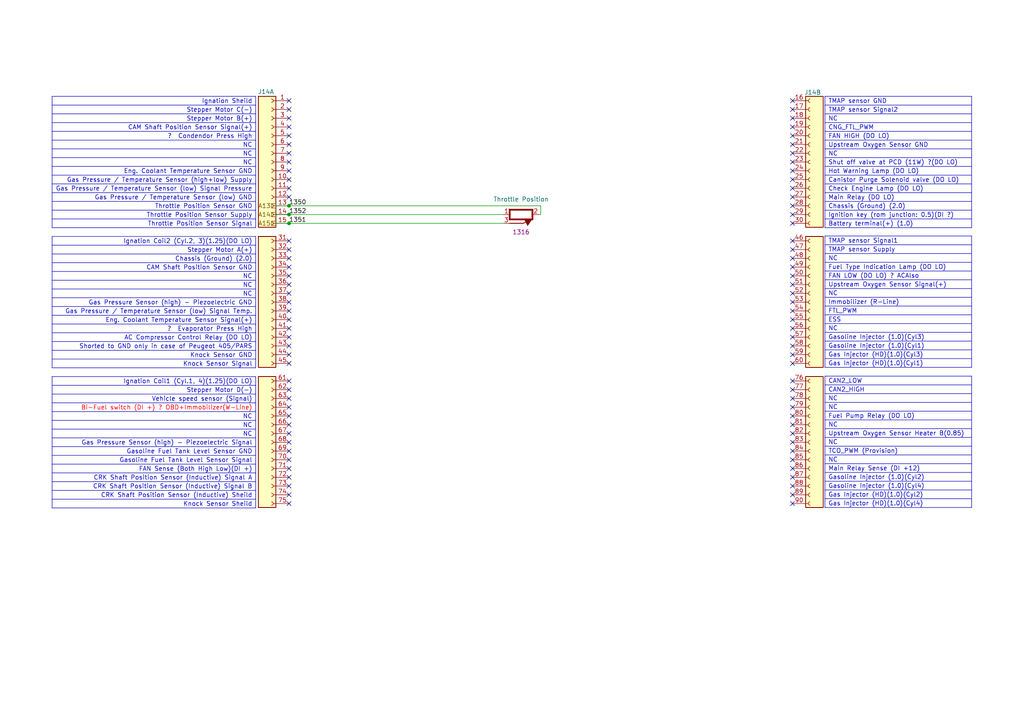
<source format=kicad_sch>
(kicad_sch (version 20250114) (generator "eeschema") (generator_version "9.0")
  (paper "A4")
  (lib_symbols
    (symbol "Elektuur_1:P" (pin_names (offset 0) (hide yes))
      (property "Value" "Throttle Position" (at 0 7.6201 0))
      (symbol "P_1_1"
        (polyline (pts (xy -1.524 -3.429) (xy 1.524 -3.429) (xy 1.524 3.429) (xy -1.524 3.429) (xy -1.524 -3.429) (xy -1.27 -3.175) (xy -1.27 3.175) (xy 1.27 3.175) (xy 1.27 -3.175) (xy -1.27 -3.175) (xy -1.524 -3.429)) (stroke (width 0.254)) (fill (type outline)))
        (polyline (pts (xy 1.27 3.175) (xy 3.175 1.905) (xy 1.27 0.9524) (xy 1.27 2.8574)) (stroke (width 0.1778)) (fill (type outline)))
        (polyline (pts (xy 2.54 0.635) (xy 1.905 1.905) (xy 1.905 1.905) (xy 2.54 0.635) (xy 2.54 -3.302)) (stroke (width 0.254)) (fill (type outline)))
        (pin passive line (at 0 5.08 270) (length 1.651) (name "b") (number "2"))
        (pin passive line (at 0 -5.08 90) (length 1.651) (name "a") (number "1"))
        (pin passive line (at 2.54 -5.08 90) (length 1.651) (name "c") (number "3"))
      )
      (symbol "P_1_2"
        (polyline (pts (xy -3.556 3.556) (xy -2.2352 3.0226) (xy -3.0226 2.2352) (xy -3.556 3.556)) (stroke (width 0.1778)) (fill (type outline)))
        (polyline (pts (xy -1.524 -3.429) (xy 1.524 -3.429) (xy 1.524 3.429) (xy -1.524 3.429) (xy -1.524 -3.429) (xy -1.27 -3.175) (xy -1.27 3.175) (xy 1.27 3.175) (xy 1.27 -3.175) (xy -1.27 -3.175) (xy -1.524 -3.429)) (stroke (width 0.254)) (fill (type outline)))
        (polyline (pts (xy 3.175 -3.2512) (xy -2.9972 2.921) (xy -2.921 2.9972) (xy 3.175 -3.0988) (xy 3.175 -3.429)) (stroke (width 0.254)) (fill (type outline)))
        (pin passive line (at 0 5.08 270) (length 1.651) (name "c") (number "3"))
        (pin passive line (at 0 -5.08 90) (length 1.651) (name "a") (number "1"))
        (pin passive line (at 3.175 -5.08 90) (length 1.651) (name "b") (number "2"))
      )
    )
    (symbol "sicma_socket:Conn_01x90_3Row_Socket" (pin_names (offset 1.016) (hide yes))
      (property "Reference" "J" (at 1.524 60.833 0))
      (property "Value" "Conn_01x90_3Row_Socket" (at 1.397 -61.214 0))
      (symbol "Conn_01x90_3Row_Socket_1_1"
        (rectangle (start -0.508 59.69) (end 4.572 21.717) (stroke (width 0.254)) (fill (type background)))
        (polyline (pts (xy -0.508 58.42) (xy 0.254 58.42)) (stroke (width 0.1524)))
        (polyline (pts (xy -0.508 55.88) (xy 0.254 55.88)) (stroke (width 0.1524)))
        (polyline (pts (xy -0.508 53.34) (xy 0.254 53.34)) (stroke (width 0.1524)))
        (polyline (pts (xy -0.508 50.8) (xy 0.254 50.8)) (stroke (width 0.1524)))
        (polyline (pts (xy -0.508 48.26) (xy 0.254 48.26)) (stroke (width 0.1524)))
        (polyline (pts (xy -0.508 45.72) (xy 0.254 45.72)) (stroke (width 0.1524)))
        (polyline (pts (xy -0.508 43.18) (xy 0.254 43.18)) (stroke (width 0.1524)))
        (polyline (pts (xy -0.508 40.64) (xy 0.254 40.64)) (stroke (width 0.1524)))
        (polyline (pts (xy -0.508 38.1) (xy 0.254 38.1)) (stroke (width 0.1524)))
        (polyline (pts (xy -0.508 35.56) (xy 0.254 35.56)) (stroke (width 0.1524)))
        (polyline (pts (xy -0.508 33.02) (xy 0.254 33.02)) (stroke (width 0.1524)))
        (polyline (pts (xy -0.508 30.48) (xy 0.254 30.48)) (stroke (width 0.1524)))
        (polyline (pts (xy -0.508 27.94) (xy 0.254 27.94)) (stroke (width 0.1524)))
        (polyline (pts (xy -0.508 25.4) (xy 0.254 25.4)) (stroke (width 0.1524)))
        (polyline (pts (xy -0.508 22.86) (xy 0.254 22.86)) (stroke (width 0.1524)))
        (rectangle (start -0.508 19.05) (end 4.572 -18.923) (stroke (width 0.254)) (fill (type background)))
        (polyline (pts (xy -0.508 17.78) (xy 0.254 17.78)) (stroke (width 0.1524)))
        (polyline (pts (xy -0.508 15.24) (xy 0.254 15.24)) (stroke (width 0.1524)))
        (polyline (pts (xy -0.508 12.7) (xy 0.254 12.7)) (stroke (width 0.1524)))
        (polyline (pts (xy -0.508 10.16) (xy 0.254 10.16)) (stroke (width 0.1524)))
        (polyline (pts (xy -0.508 7.62) (xy 0.254 7.62)) (stroke (width 0.1524)))
        (polyline (pts (xy -0.508 5.08) (xy 0.254 5.08)) (stroke (width 0.1524)))
        (polyline (pts (xy -0.508 2.54) (xy 0.254 2.54)) (stroke (width 0.1524)))
        (polyline (pts (xy -0.508 0) (xy 0.254 0)) (stroke (width 0.1524)))
        (polyline (pts (xy -0.508 -2.54) (xy 0.254 -2.54)) (stroke (width 0.1524)))
        (polyline (pts (xy -0.508 -5.08) (xy 0.254 -5.08)) (stroke (width 0.1524)))
        (polyline (pts (xy -0.508 -7.62) (xy 0.254 -7.62)) (stroke (width 0.1524)))
        (polyline (pts (xy -0.508 -10.16) (xy 0.254 -10.16)) (stroke (width 0.1524)))
        (polyline (pts (xy -0.508 -12.7) (xy 0.254 -12.7)) (stroke (width 0.1524)))
        (polyline (pts (xy -0.508 -15.24) (xy 0.254 -15.24)) (stroke (width 0.1524)))
        (polyline (pts (xy -0.508 -17.78) (xy 0.254 -17.78)) (stroke (width 0.1524)))
        (rectangle (start -0.508 -21.59) (end 4.572 -59.563) (stroke (width 0.254)) (fill (type background)))
        (polyline (pts (xy -0.508 -22.86) (xy 0.254 -22.86)) (stroke (width 0.1524)))
        (polyline (pts (xy -0.508 -25.4) (xy 0.254 -25.4)) (stroke (width 0.1524)))
        (polyline (pts (xy -0.508 -27.94) (xy 0.254 -27.94)) (stroke (width 0.1524)))
        (polyline (pts (xy -0.508 -30.48) (xy 0.254 -30.48)) (stroke (width 0.1524)))
        (polyline (pts (xy -0.508 -33.02) (xy 0.254 -33.02)) (stroke (width 0.1524)))
        (polyline (pts (xy -0.508 -35.56) (xy 0.254 -35.56)) (stroke (width 0.1524)))
        (polyline (pts (xy -0.508 -38.1) (xy 0.254 -38.1)) (stroke (width 0.1524)))
        (polyline (pts (xy -0.508 -40.64) (xy 0.254 -40.64)) (stroke (width 0.1524)))
        (polyline (pts (xy -0.508 -43.18) (xy 0.254 -43.18)) (stroke (width 0.1524)))
        (polyline (pts (xy -0.508 -45.72) (xy 0.254 -45.72)) (stroke (width 0.1524)))
        (polyline (pts (xy -0.508 -48.26) (xy 0.254 -48.26)) (stroke (width 0.1524)))
        (polyline (pts (xy -0.508 -50.8) (xy 0.254 -50.8)) (stroke (width 0.1524)))
        (polyline (pts (xy -0.508 -53.34) (xy 0.254 -53.34)) (stroke (width 0.1524)))
        (polyline (pts (xy -0.508 -55.88) (xy 0.254 -55.88)) (stroke (width 0.1524)))
        (polyline (pts (xy -0.508 -58.42) (xy 0.254 -58.42)) (stroke (width 0.1524)))
        (arc (start 0.762 57.912) (mid 0.2562 58.42) (end 0.762 58.928) (stroke (width 0.1524)))
        (arc (start 0.762 55.372) (mid 0.2562 55.88) (end 0.762 56.388) (stroke (width 0.1524)))
        (arc (start 0.762 52.832) (mid 0.2562 53.34) (end 0.762 53.848) (stroke (width 0.1524)))
        (arc (start 0.762 50.292) (mid 0.2562 50.8) (end 0.762 51.308) (stroke (width 0.1524)))
        (arc (start 0.762 47.752) (mid 0.2562 48.26) (end 0.762 48.768) (stroke (width 0.1524)))
        (arc (start 0.762 45.212) (mid 0.2562 45.72) (end 0.762 46.228) (stroke (width 0.1524)))
        (arc (start 0.762 42.672) (mid 0.2562 43.18) (end 0.762 43.688) (stroke (width 0.1524)))
        (arc (start 0.762 40.132) (mid 0.2562 40.64) (end 0.762 41.148) (stroke (width 0.1524)))
        (arc (start 0.762 37.592) (mid 0.2562 38.1) (end 0.762 38.608) (stroke (width 0.1524)))
        (arc (start 0.762 35.052) (mid 0.2562 35.56) (end 0.762 36.068) (stroke (width 0.1524)))
        (arc (start 0.762 32.512) (mid 0.2562 33.02) (end 0.762 33.528) (stroke (width 0.1524)))
        (arc (start 0.762 29.972) (mid 0.2562 30.48) (end 0.762 30.988) (stroke (width 0.1524)))
        (arc (start 0.762 27.432) (mid 0.2562 27.94) (end 0.762 28.448) (stroke (width 0.1524)))
        (arc (start 0.762 24.892) (mid 0.2562 25.4) (end 0.762 25.908) (stroke (width 0.1524)))
        (arc (start 0.762 22.352) (mid 0.2562 22.86) (end 0.762 23.368) (stroke (width 0.1524)))
        (arc (start 0.762 17.272) (mid 0.2562 17.78) (end 0.762 18.288) (stroke (width 0.1524)))
        (arc (start 0.762 14.732) (mid 0.2562 15.24) (end 0.762 15.748) (stroke (width 0.1524)))
        (arc (start 0.762 12.192) (mid 0.2562 12.7) (end 0.762 13.208) (stroke (width 0.1524)))
        (arc (start 0.762 9.652) (mid 0.2562 10.16) (end 0.762 10.668) (stroke (width 0.1524)))
        (arc (start 0.762 7.112) (mid 0.2562 7.62) (end 0.762 8.128) (stroke (width 0.1524)))
        (arc (start 0.762 4.572) (mid 0.2562 5.08) (end 0.762 5.588) (stroke (width 0.1524)))
        (arc (start 0.762 2.032) (mid 0.2562 2.54) (end 0.762 3.048) (stroke (width 0.1524)))
        (arc (start 0.762 -0.508) (mid 0.2562 0) (end 0.762 0.508) (stroke (width 0.1524)))
        (arc (start 0.762 -3.048) (mid 0.2562 -2.54) (end 0.762 -2.032) (stroke (width 0.1524)))
        (arc (start 0.762 -5.588) (mid 0.2562 -5.08) (end 0.762 -4.572) (stroke (width 0.1524)))
        (arc (start 0.762 -8.128) (mid 0.2562 -7.62) (end 0.762 -7.112) (stroke (width 0.1524)))
        (arc (start 0.762 -10.668) (mid 0.2562 -10.16) (end 0.762 -9.652) (stroke (width 0.1524)))
        (arc (start 0.762 -13.208) (mid 0.2562 -12.7) (end 0.762 -12.192) (stroke (width 0.1524)))
        (arc (start 0.762 -15.748) (mid 0.2562 -15.24) (end 0.762 -14.732) (stroke (width 0.1524)))
        (arc (start 0.762 -18.288) (mid 0.2562 -17.78) (end 0.762 -17.272) (stroke (width 0.1524)))
        (arc (start 0.762 -23.368) (mid 0.2562 -22.86) (end 0.762 -22.352) (stroke (width 0.1524)))
        (arc (start 0.762 -25.908) (mid 0.2562 -25.4) (end 0.762 -24.892) (stroke (width 0.1524)))
        (arc (start 0.762 -28.448) (mid 0.2562 -27.94) (end 0.762 -27.432) (stroke (width 0.1524)))
        (arc (start 0.762 -30.988) (mid 0.2562 -30.48) (end 0.762 -29.972) (stroke (width 0.1524)))
        (arc (start 0.762 -33.528) (mid 0.2562 -33.02) (end 0.762 -32.512) (stroke (width 0.1524)))
        (arc (start 0.762 -36.068) (mid 0.2562 -35.56) (end 0.762 -35.052) (stroke (width 0.1524)))
        (arc (start 0.762 -38.608) (mid 0.2562 -38.1) (end 0.762 -37.592) (stroke (width 0.1524)))
        (arc (start 0.762 -41.148) (mid 0.2562 -40.64) (end 0.762 -40.132) (stroke (width 0.1524)))
        (arc (start 0.762 -43.688) (mid 0.2562 -43.18) (end 0.762 -42.672) (stroke (width 0.1524)))
        (arc (start 0.762 -46.228) (mid 0.2562 -45.72) (end 0.762 -45.212) (stroke (width 0.1524)))
        (arc (start 0.762 -48.768) (mid 0.2562 -48.26) (end 0.762 -47.752) (stroke (width 0.1524)))
        (arc (start 0.762 -51.308) (mid 0.2562 -50.8) (end 0.762 -50.292) (stroke (width 0.1524)))
        (arc (start 0.762 -53.848) (mid 0.2562 -53.34) (end 0.762 -52.832) (stroke (width 0.1524)))
        (arc (start 0.762 -56.388) (mid 0.2562 -55.88) (end 0.762 -55.372) (stroke (width 0.1524)))
        (arc (start 0.762 -58.928) (mid 0.2562 -58.42) (end 0.762 -57.912) (stroke (width 0.1524)))
        (pin passive line (at -4.318 58.42 0) (length 3.81) (name "A1") (number "1"))
        (pin passive line (at -4.318 55.88 0) (length 3.81) (name "A2") (number "2"))
        (pin passive line (at -4.318 53.34 0) (length 3.81) (name "A3") (number "3"))
        (pin passive line (at -4.318 50.8 0) (length 3.81) (name "A4") (number "4"))
        (pin passive line (at -4.318 48.26 0) (length 3.81) (name "A5") (number "5"))
        (pin passive line (at -4.318 45.72 0) (length 3.81) (name "A6") (number "6"))
        (pin passive line (at -4.318 43.18 0) (length 3.81) (name "A7") (number "7"))
        (pin passive line (at -4.318 40.64 0) (length 3.81) (name "A8") (number "8"))
        (pin passive line (at -4.318 38.1 0) (length 3.81) (name "A9") (number "9"))
        (pin passive line (at -4.318 35.56 0) (length 3.81) (name "A10") (number "10"))
        (pin passive line (at -4.318 33.02 0) (length 3.81) (name "A11") (number "11"))
        (pin passive line (at -4.318 30.48 0) (length 3.81) (name "A12") (number "12"))
        (pin passive line (at -4.318 27.94 0) (length 3.81) (name "A13") (number "13"))
        (pin passive line (at -4.318 25.4 0) (length 3.81) (name "A14") (number "14"))
        (pin passive line (at -4.318 22.86 0) (length 3.81) (name "A15") (number "15"))
        (pin passive line (at -4.318 17.78 0) (length 3.81) (name "A31") (number "31"))
        (pin passive line (at -4.318 15.24 0) (length 3.81) (name "A32") (number "32"))
        (pin passive line (at -4.318 12.7 0) (length 3.81) (name "A33") (number "33"))
        (pin passive line (at -4.318 10.16 0) (length 3.81) (name "A34") (number "34"))
        (pin passive line (at -4.318 7.62 0) (length 3.81) (name "A35") (number "35"))
        (pin passive line (at -4.318 5.08 0) (length 3.81) (name "A36") (number "36"))
        (pin passive line (at -4.318 2.54 0) (length 3.81) (name "A37") (number "37"))
        (pin passive line (at -4.318 0 0) (length 3.81) (name "A38") (number "38"))
        (pin passive line (at -4.318 -2.54 0) (length 3.81) (name "A39") (number "39"))
        (pin passive line (at -4.318 -5.08 0) (length 3.81) (name "A40") (number "40"))
        (pin passive line (at -4.318 -7.62 0) (length 3.81) (name "A41") (number "41"))
        (pin passive line (at -4.318 -10.16 0) (length 3.81) (name "A42") (number "42"))
        (pin passive line (at -4.318 -12.7 0) (length 3.81) (name "A43") (number "43"))
        (pin passive line (at -4.318 -15.24 0) (length 3.81) (name "A44") (number "44"))
        (pin passive line (at -4.318 -17.78 0) (length 3.81) (name "A45") (number "45"))
        (pin passive line (at -4.318 -22.86 0) (length 3.81) (name "A61") (number "61"))
        (pin passive line (at -4.318 -25.4 0) (length 3.81) (name "A62") (number "62"))
        (pin passive line (at -4.318 -27.94 0) (length 3.81) (name "A63") (number "63"))
        (pin passive line (at -4.318 -30.48 0) (length 3.81) (name "A64") (number "64"))
        (pin passive line (at -4.318 -33.02 0) (length 3.81) (name "A65") (number "65"))
        (pin passive line (at -4.318 -35.56 0) (length 3.81) (name "A66") (number "66"))
        (pin passive line (at -4.318 -38.1 0) (length 3.81) (name "A67") (number "67"))
        (pin passive line (at -4.318 -40.64 0) (length 3.81) (name "A68") (number "68"))
        (pin passive line (at -4.318 -43.18 0) (length 3.81) (name "A69") (number "69"))
        (pin passive line (at -4.318 -45.72 0) (length 3.81) (name "A70") (number "70"))
        (pin passive line (at -4.318 -48.26 0) (length 3.81) (name "A71") (number "71"))
        (pin passive line (at -4.318 -50.8 0) (length 3.81) (name "A72") (number "72"))
        (pin passive line (at -4.318 -53.34 0) (length 3.81) (name "A73") (number "73"))
        (pin passive line (at -4.318 -55.88 0) (length 3.81) (name "A74") (number "74"))
        (pin passive line (at -4.318 -58.42 0) (length 3.81) (name "A75") (number "75"))
      )
      (symbol "Conn_01x90_3Row_Socket_2_1"
        (rectangle (start -0.508 59.69) (end 4.572 21.717) (stroke (width 0.254)) (fill (type background)))
        (polyline (pts (xy -0.508 58.42) (xy 0.254 58.42)) (stroke (width 0.1524)))
        (polyline (pts (xy -0.508 55.88) (xy 0.254 55.88)) (stroke (width 0.1524)))
        (polyline (pts (xy -0.508 53.34) (xy 0.254 53.34)) (stroke (width 0.1524)))
        (polyline (pts (xy -0.508 50.8) (xy 0.254 50.8)) (stroke (width 0.1524)))
        (polyline (pts (xy -0.508 48.26) (xy 0.254 48.26)) (stroke (width 0.1524)))
        (polyline (pts (xy -0.508 45.72) (xy 0.254 45.72)) (stroke (width 0.1524)))
        (polyline (pts (xy -0.508 43.18) (xy 0.254 43.18)) (stroke (width 0.1524)))
        (polyline (pts (xy -0.508 40.64) (xy 0.254 40.64)) (stroke (width 0.1524)))
        (polyline (pts (xy -0.508 38.1) (xy 0.254 38.1)) (stroke (width 0.1524)))
        (polyline (pts (xy -0.508 35.56) (xy 0.254 35.56)) (stroke (width 0.1524)))
        (polyline (pts (xy -0.508 33.02) (xy 0.254 33.02)) (stroke (width 0.1524)))
        (polyline (pts (xy -0.508 30.48) (xy 0.254 30.48)) (stroke (width 0.1524)))
        (polyline (pts (xy -0.508 27.94) (xy 0.254 27.94)) (stroke (width 0.1524)))
        (polyline (pts (xy -0.508 25.4) (xy 0.254 25.4)) (stroke (width 0.1524)))
        (polyline (pts (xy -0.508 22.86) (xy 0.254 22.86)) (stroke (width 0.1524)))
        (rectangle (start -0.508 19.05) (end 4.572 -18.923) (stroke (width 0.254)) (fill (type background)))
        (polyline (pts (xy -0.508 17.78) (xy 0.254 17.78)) (stroke (width 0.1524)))
        (polyline (pts (xy -0.508 15.24) (xy 0.254 15.24)) (stroke (width 0.1524)))
        (polyline (pts (xy -0.508 12.7) (xy 0.254 12.7)) (stroke (width 0.1524)))
        (polyline (pts (xy -0.508 10.16) (xy 0.254 10.16)) (stroke (width 0.1524)))
        (polyline (pts (xy -0.508 7.62) (xy 0.254 7.62)) (stroke (width 0.1524)))
        (polyline (pts (xy -0.508 5.08) (xy 0.254 5.08)) (stroke (width 0.1524)))
        (polyline (pts (xy -0.508 2.54) (xy 0.254 2.54)) (stroke (width 0.1524)))
        (polyline (pts (xy -0.508 0) (xy 0.254 0)) (stroke (width 0.1524)))
        (polyline (pts (xy -0.508 -2.54) (xy 0.254 -2.54)) (stroke (width 0.1524)))
        (polyline (pts (xy -0.508 -5.08) (xy 0.254 -5.08)) (stroke (width 0.1524)))
        (polyline (pts (xy -0.508 -7.62) (xy 0.254 -7.62)) (stroke (width 0.1524)))
        (polyline (pts (xy -0.508 -10.16) (xy 0.254 -10.16)) (stroke (width 0.1524)))
        (polyline (pts (xy -0.508 -12.7) (xy 0.254 -12.7)) (stroke (width 0.1524)))
        (polyline (pts (xy -0.508 -15.24) (xy 0.254 -15.24)) (stroke (width 0.1524)))
        (polyline (pts (xy -0.508 -17.78) (xy 0.254 -17.78)) (stroke (width 0.1524)))
        (rectangle (start -0.508 -21.59) (end 4.572 -59.563) (stroke (width 0.254)) (fill (type background)))
        (polyline (pts (xy -0.508 -22.86) (xy 0.254 -22.86)) (stroke (width 0.1524)))
        (polyline (pts (xy -0.508 -25.4) (xy 0.254 -25.4)) (stroke (width 0.1524)))
        (polyline (pts (xy -0.508 -27.94) (xy 0.254 -27.94)) (stroke (width 0.1524)))
        (polyline (pts (xy -0.508 -30.48) (xy 0.254 -30.48)) (stroke (width 0.1524)))
        (polyline (pts (xy -0.508 -33.02) (xy 0.254 -33.02)) (stroke (width 0.1524)))
        (polyline (pts (xy -0.508 -35.56) (xy 0.254 -35.56)) (stroke (width 0.1524)))
        (polyline (pts (xy -0.508 -38.1) (xy 0.254 -38.1)) (stroke (width 0.1524)))
        (polyline (pts (xy -0.508 -40.64) (xy 0.254 -40.64)) (stroke (width 0.1524)))
        (polyline (pts (xy -0.508 -43.18) (xy 0.254 -43.18)) (stroke (width 0.1524)))
        (polyline (pts (xy -0.508 -45.72) (xy 0.254 -45.72)) (stroke (width 0.1524)))
        (polyline (pts (xy -0.508 -48.26) (xy 0.254 -48.26)) (stroke (width 0.1524)))
        (polyline (pts (xy -0.508 -50.8) (xy 0.254 -50.8)) (stroke (width 0.1524)))
        (polyline (pts (xy -0.508 -53.34) (xy 0.254 -53.34)) (stroke (width 0.1524)))
        (polyline (pts (xy -0.508 -55.88) (xy 0.254 -55.88)) (stroke (width 0.1524)))
        (polyline (pts (xy -0.508 -58.42) (xy 0.254 -58.42)) (stroke (width 0.1524)))
        (arc (start 0.762 57.912) (mid 0.2562 58.42) (end 0.762 58.928) (stroke (width 0.1524)))
        (arc (start 0.762 55.372) (mid 0.2562 55.88) (end 0.762 56.388) (stroke (width 0.1524)))
        (arc (start 0.762 52.832) (mid 0.2562 53.34) (end 0.762 53.848) (stroke (width 0.1524)))
        (arc (start 0.762 50.292) (mid 0.2562 50.8) (end 0.762 51.308) (stroke (width 0.1524)))
        (arc (start 0.762 47.752) (mid 0.2562 48.26) (end 0.762 48.768) (stroke (width 0.1524)))
        (arc (start 0.762 45.212) (mid 0.2562 45.72) (end 0.762 46.228) (stroke (width 0.1524)))
        (arc (start 0.762 42.672) (mid 0.2562 43.18) (end 0.762 43.688) (stroke (width 0.1524)))
        (arc (start 0.762 40.132) (mid 0.2562 40.64) (end 0.762 41.148) (stroke (width 0.1524)))
        (arc (start 0.762 37.592) (mid 0.2562 38.1) (end 0.762 38.608) (stroke (width 0.1524)))
        (arc (start 0.762 35.052) (mid 0.2562 35.56) (end 0.762 36.068) (stroke (width 0.1524)))
        (arc (start 0.762 32.512) (mid 0.2562 33.02) (end 0.762 33.528) (stroke (width 0.1524)))
        (arc (start 0.762 29.972) (mid 0.2562 30.48) (end 0.762 30.988) (stroke (width 0.1524)))
        (arc (start 0.762 27.432) (mid 0.2562 27.94) (end 0.762 28.448) (stroke (width 0.1524)))
        (arc (start 0.762 24.892) (mid 0.2562 25.4) (end 0.762 25.908) (stroke (width 0.1524)))
        (arc (start 0.762 22.352) (mid 0.2562 22.86) (end 0.762 23.368) (stroke (width 0.1524)))
        (arc (start 0.762 17.272) (mid 0.2562 17.78) (end 0.762 18.288) (stroke (width 0.1524)))
        (arc (start 0.762 14.732) (mid 0.2562 15.24) (end 0.762 15.748) (stroke (width 0.1524)))
        (arc (start 0.762 12.192) (mid 0.2562 12.7) (end 0.762 13.208) (stroke (width 0.1524)))
        (arc (start 0.762 9.652) (mid 0.2562 10.16) (end 0.762 10.668) (stroke (width 0.1524)))
        (arc (start 0.762 7.112) (mid 0.2562 7.62) (end 0.762 8.128) (stroke (width 0.1524)))
        (arc (start 0.762 4.572) (mid 0.2562 5.08) (end 0.762 5.588) (stroke (width 0.1524)))
        (arc (start 0.762 2.032) (mid 0.2562 2.54) (end 0.762 3.048) (stroke (width 0.1524)))
        (arc (start 0.762 -0.508) (mid 0.2562 0) (end 0.762 0.508) (stroke (width 0.1524)))
        (arc (start 0.762 -3.048) (mid 0.2562 -2.54) (end 0.762 -2.032) (stroke (width 0.1524)))
        (arc (start 0.762 -5.588) (mid 0.2562 -5.08) (end 0.762 -4.572) (stroke (width 0.1524)))
        (arc (start 0.762 -8.128) (mid 0.2562 -7.62) (end 0.762 -7.112) (stroke (width 0.1524)))
        (arc (start 0.762 -10.668) (mid 0.2562 -10.16) (end 0.762 -9.652) (stroke (width 0.1524)))
        (arc (start 0.762 -13.208) (mid 0.2562 -12.7) (end 0.762 -12.192) (stroke (width 0.1524)))
        (arc (start 0.762 -15.748) (mid 0.2562 -15.24) (end 0.762 -14.732) (stroke (width 0.1524)))
        (arc (start 0.762 -18.288) (mid 0.2562 -17.78) (end 0.762 -17.272) (stroke (width 0.1524)))
        (arc (start 0.762 -23.368) (mid 0.2562 -22.86) (end 0.762 -22.352) (stroke (width 0.1524)))
        (arc (start 0.762 -25.908) (mid 0.2562 -25.4) (end 0.762 -24.892) (stroke (width 0.1524)))
        (arc (start 0.762 -28.448) (mid 0.2562 -27.94) (end 0.762 -27.432) (stroke (width 0.1524)))
        (arc (start 0.762 -30.988) (mid 0.2562 -30.48) (end 0.762 -29.972) (stroke (width 0.1524)))
        (arc (start 0.762 -33.528) (mid 0.2562 -33.02) (end 0.762 -32.512) (stroke (width 0.1524)))
        (arc (start 0.762 -36.068) (mid 0.2562 -35.56) (end 0.762 -35.052) (stroke (width 0.1524)))
        (arc (start 0.762 -38.608) (mid 0.2562 -38.1) (end 0.762 -37.592) (stroke (width 0.1524)))
        (arc (start 0.762 -41.148) (mid 0.2562 -40.64) (end 0.762 -40.132) (stroke (width 0.1524)))
        (arc (start 0.762 -43.688) (mid 0.2562 -43.18) (end 0.762 -42.672) (stroke (width 0.1524)))
        (arc (start 0.762 -46.228) (mid 0.2562 -45.72) (end 0.762 -45.212) (stroke (width 0.1524)))
        (arc (start 0.762 -48.768) (mid 0.2562 -48.26) (end 0.762 -47.752) (stroke (width 0.1524)))
        (arc (start 0.762 -51.308) (mid 0.2562 -50.8) (end 0.762 -50.292) (stroke (width 0.1524)))
        (arc (start 0.762 -53.848) (mid 0.2562 -53.34) (end 0.762 -52.832) (stroke (width 0.1524)))
        (arc (start 0.762 -56.388) (mid 0.2562 -55.88) (end 0.762 -55.372) (stroke (width 0.1524)))
        (arc (start 0.762 -58.928) (mid 0.2562 -58.42) (end 0.762 -57.912) (stroke (width 0.1524)))
        (pin passive line (at -4.318 58.42 0) (length 3.81) (name "B16") (number "16"))
        (pin passive line (at -4.318 55.88 0) (length 3.81) (name "B17") (number "17"))
        (pin passive line (at -4.318 53.34 0) (length 3.81) (name "B18") (number "18"))
        (pin passive line (at -4.318 50.8 0) (length 3.81) (name "B19") (number "19"))
        (pin passive line (at -4.318 48.26 0) (length 3.81) (name "B20") (number "20"))
        (pin passive line (at -4.318 45.72 0) (length 3.81) (name "B21") (number "21"))
        (pin passive line (at -4.318 43.18 0) (length 3.81) (name "B22") (number "22"))
        (pin passive line (at -4.318 40.64 0) (length 3.81) (name "B23") (number "23"))
        (pin passive line (at -4.318 38.1 0) (length 3.81) (name "B24") (number "24"))
        (pin passive line (at -4.318 35.56 0) (length 3.81) (name "B25") (number "25"))
        (pin passive line (at -4.318 33.02 0) (length 3.81) (name "B26") (number "26"))
        (pin passive line (at -4.318 30.48 0) (length 3.81) (name "B27") (number "27"))
        (pin passive line (at -4.318 27.94 0) (length 3.81) (name "B28") (number "28"))
        (pin passive line (at -4.318 25.4 0) (length 3.81) (name "B29") (number "29"))
        (pin passive line (at -4.318 22.86 0) (length 3.81) (name "B30") (number "30"))
        (pin passive line (at -4.318 17.78 0) (length 3.81) (name "B46") (number "46"))
        (pin passive line (at -4.318 15.24 0) (length 3.81) (name "B47") (number "47"))
        (pin passive line (at -4.318 12.7 0) (length 3.81) (name "B48") (number "48"))
        (pin passive line (at -4.318 10.16 0) (length 3.81) (name "B49") (number "49"))
        (pin passive line (at -4.318 7.62 0) (length 3.81) (name "B50") (number "50"))
        (pin passive line (at -4.318 5.08 0) (length 3.81) (name "B51") (number "51"))
        (pin passive line (at -4.318 2.54 0) (length 3.81) (name "B52") (number "52"))
        (pin passive line (at -4.318 0 0) (length 3.81) (name "B53") (number "53"))
        (pin passive line (at -4.318 -2.54 0) (length 3.81) (name "B54") (number "54"))
        (pin passive line (at -4.318 -5.08 0) (length 3.81) (name "B55") (number "55"))
        (pin passive line (at -4.318 -7.62 0) (length 3.81) (name "B56") (number "56"))
        (pin passive line (at -4.318 -10.16 0) (length 3.81) (name "B57") (number "57"))
        (pin passive line (at -4.318 -12.7 0) (length 3.81) (name "B58") (number "58"))
        (pin passive line (at -4.318 -15.24 0) (length 3.81) (name "B59") (number "59"))
        (pin passive line (at -4.318 -17.78 0) (length 3.81) (name "B60") (number "60"))
        (pin passive line (at -4.318 -22.86 0) (length 3.81) (name "B76") (number "76"))
        (pin passive line (at -4.318 -25.4 0) (length 3.81) (name "B77") (number "77"))
        (pin passive line (at -4.318 -27.94 0) (length 3.81) (name "B78") (number "78"))
        (pin passive line (at -4.318 -30.48 0) (length 3.81) (name "B79") (number "79"))
        (pin passive line (at -4.318 -33.02 0) (length 3.81) (name "B80") (number "80"))
        (pin passive line (at -4.318 -35.56 0) (length 3.81) (name "B81") (number "81"))
        (pin passive line (at -4.318 -38.1 0) (length 3.81) (name "B82") (number "82"))
        (pin passive line (at -4.318 -40.64 0) (length 3.81) (name "B83") (number "83"))
        (pin passive line (at -4.318 -43.18 0) (length 3.81) (name "B84") (number "84"))
        (pin passive line (at -4.318 -45.72 0) (length 3.81) (name "B85") (number "85"))
        (pin passive line (at -4.318 -48.26 0) (length 3.81) (name "B86") (number "86"))
        (pin passive line (at -4.318 -50.8 0) (length 3.81) (name "B87") (number "87"))
        (pin passive line (at -4.318 -53.34 0) (length 3.81) (name "B88") (number "88"))
        (pin passive line (at -4.318 -55.88 0) (length 3.81) (name "B89") (number "89"))
        (pin passive line (at -4.318 -58.42 0) (length 3.81) (name "B90") (number "90"))
      )
    )
  )
  (junction (at 83.82 64.77))
  (junction (at 83.82 59.69))
  (junction (at 83.82 62.23))
  (no_connect (at 83.82 130.81))
  (no_connect (at 229.87 29.21))
  (no_connect (at 229.87 82.55))
  (no_connect (at 83.82 138.43))
  (no_connect (at 229.87 92.71))
  (no_connect (at 229.87 57.15))
  (no_connect (at 83.82 36.83))
  (no_connect (at 229.87 118.11))
  (no_connect (at 229.87 105.41))
  (no_connect (at 229.87 128.27))
  (no_connect (at 229.87 31.75))
  (no_connect (at 229.87 135.89))
  (no_connect (at 83.82 74.93))
  (no_connect (at 229.87 64.77))
  (no_connect (at 83.82 90.17))
  (no_connect (at 229.87 36.83))
  (no_connect (at 83.82 95.25))
  (no_connect (at 83.82 125.73))
  (no_connect (at 83.82 34.29))
  (no_connect (at 83.82 97.79))
  (no_connect (at 229.87 90.17))
  (no_connect (at 229.87 85.09))
  (no_connect (at 229.87 34.29))
  (no_connect (at 229.87 80.01))
  (no_connect (at 83.82 87.63))
  (no_connect (at 229.87 120.65))
  (no_connect (at 83.82 31.75))
  (no_connect (at 83.82 52.07))
  (no_connect (at 229.87 62.23))
  (no_connect (at 83.82 92.71))
  (no_connect (at 83.82 44.45))
  (no_connect (at 229.87 113.03))
  (no_connect (at 229.87 138.43))
  (no_connect (at 229.87 39.37))
  (no_connect (at 83.82 39.37))
  (no_connect (at 83.82 118.11))
  (no_connect (at 83.82 115.57))
  (no_connect (at 229.87 146.05))
  (no_connect (at 229.87 143.51))
  (no_connect (at 83.82 100.33))
  (no_connect (at 83.82 29.21))
  (no_connect (at 83.82 105.41))
  (no_connect (at 83.82 123.19))
  (no_connect (at 83.82 120.65))
  (no_connect (at 83.82 140.97))
  (no_connect (at 83.82 54.61))
  (no_connect (at 83.82 85.09))
  (no_connect (at 229.87 41.91))
  (no_connect (at 229.87 102.87))
  (no_connect (at 83.82 69.85))
  (no_connect (at 229.87 74.93))
  (no_connect (at 229.87 130.81))
  (no_connect (at 229.87 140.97))
  (no_connect (at 229.87 97.79))
  (no_connect (at 83.82 77.47))
  (no_connect (at 229.87 87.63))
  (no_connect (at 229.87 49.53))
  (no_connect (at 229.87 95.25))
  (no_connect (at 83.82 82.55))
  (no_connect (at 83.82 143.51))
  (no_connect (at 229.87 54.61))
  (no_connect (at 229.87 44.45))
  (no_connect (at 229.87 69.85))
  (no_connect (at 83.82 135.89))
  (no_connect (at 229.87 46.99))
  (no_connect (at 83.82 46.99))
  (no_connect (at 83.82 110.49))
  (no_connect (at 229.87 125.73))
  (no_connect (at 229.87 133.35))
  (no_connect (at 83.82 128.27))
  (no_connect (at 229.87 123.19))
  (no_connect (at 83.82 72.39))
  (no_connect (at 229.87 52.07))
  (no_connect (at 229.87 115.57))
  (no_connect (at 83.82 57.15))
  (no_connect (at 229.87 77.47))
  (no_connect (at 83.82 102.87))
  (no_connect (at 83.82 133.35))
  (no_connect (at 229.87 110.49))
  (no_connect (at 83.82 41.91))
  (no_connect (at 229.87 100.33))
  (no_connect (at 83.82 146.05))
  (no_connect (at 83.82 113.03))
  (no_connect (at 229.87 59.69))
  (no_connect (at 83.82 80.01))
  (no_connect (at 83.82 49.53))
  (no_connect (at 229.87 72.39))
  (wire (pts (xy 156.845 59.69) (xy 156.845 62.23)))
  (wire (pts (xy 83.82 59.69) (xy 156.845 59.69)))
  (wire (pts (xy 80.01 59.69) (xy 83.82 59.69)))
  (wire (pts (xy 80.01 62.23) (xy 83.82 62.23)))
  (wire (pts (xy 80.01 64.77) (xy 83.82 64.77)))
  (wire (pts (xy 83.82 62.23) (xy 146.05 62.23)))
  (wire (pts (xy 156.845 62.23) (xy 156.21 62.23)))
  (wire (pts (xy 83.82 64.77) (xy 146.05 64.77)))
  (table (column_count 1) (border (external yes) (header yes)) (separators (rows yes) (cols yes)) (column_widths 42.545) (row_heights 2.54 2.54 2.54 2.54 2.54 2.54 2.54 2.54 2.54 2.54 2.54 2.54 2.54 2.54 2.54) (cells (table_cell "CAN2_LOW" (at 239.268 109.093 0) (size 42.545 2.54) (margins 0.9525 0.9525 0.9525 0.9525) (span 1 1)) (table_cell "CAN2_HIGH" (at 239.268 111.633 0) (size 42.545 2.54) (margins 0.9525 0.9525 0.9525 0.9525) (span 1 1)) (table_cell "NC" (at 239.268 114.173 0) (size 42.545 2.54) (margins 0.9525 0.9525 0.9525 0.9525) (span 1 1)) (table_cell "NC" (at 239.268 116.713 0) (size 42.545 2.54) (margins 0.9525 0.9525 0.9525 0.9525) (span 1 1)) (table_cell "Fuel Pump Relay (DO LO)" (at 239.268 119.253 0) (size 42.545 2.54) (margins 0.9525 0.9525 0.9525 0.9525) (span 1 1)) (table_cell "NC" (at 239.268 121.793 0) (size 42.545 2.54) (margins 0.9525 0.9525 0.9525 0.9525) (span 1 1)) (table_cell "Upstream Oxygen Sensor Heater B(0.85)" (at 239.268 124.333 0) (size 42.545 2.54) (margins 0.9525 0.9525 0.9525 0.9525) (span 1 1)) (table_cell "NC" (at 239.268 126.873 0) (size 42.545 2.54) (margins 0.9525 0.9525 0.9525 0.9525) (span 1 1)) (table_cell "TCO_PWM (Provision)" (at 239.268 129.413 0) (size 42.545 2.54) (margins 0.9525 0.9525 0.9525 0.9525) (span 1 1)) (table_cell "NC" (at 239.268 131.953 0) (size 42.545 2.54) (margins 0.9525 0.9525 0.9525 0.9525) (span 1 1)) (table_cell "Main Relay Sense (DI +12)" (at 239.268 134.493 0) (size 42.545 2.54) (margins 0.9525 0.9525 0.9525 0.9525) (span 1 1)) (table_cell "Gasoline Injector (1.0)(Cyl2)" (at 239.268 137.033 0) (size 42.545 2.54) (margins 0.9525 0.9525 0.9525 0.9525) (span 1 1)) (table_cell "Gasoline Injector (1.0)(Cyl4)" (at 239.268 139.573 0) (size 42.545 2.54) (margins 0.9525 0.9525 0.9525 0.9525) (span 1 1)) (table_cell "Gas Injector (HD)(1.0)(Cyl2)" (at 239.268 142.113 0) (size 42.545 2.54) (margins 0.9525 0.9525 0.9525 0.9525) (span 1 1)) (table_cell "Gas Injector (HD)(1.0)(Cyl4)" (at 239.268 144.653 0) (size 42.545 2.54) (margins 0.9525 0.9525 0.9525 0.9525) (span 1 1))))
  (table (column_count 1) (border (external yes) (header no)) (separators (rows yes) (cols no)) (column_widths 59.055) (row_heights 2.54 2.54 2.54 2.54 2.54 2.54 2.54 2.54 2.54 2.54 2.54 2.54 2.54 2.54 2.54) (cells (table_cell "Ignation Sheild" (at 15.113 27.94 0) (size 59.055 2.54) (margins 0.9525 0.9525 0.9525 0.9525) (span 1 1)) (table_cell "Stepper Motor C(-)" (at 15.113 30.48 0) (size 59.055 2.54) (margins 0.9525 0.9525 0.9525 0.9525) (span 1 1)) (table_cell "Stepper Motor B(+)" (at 15.113 33.02 0) (size 59.055 2.54) (margins 0.9525 0.9525 0.9525 0.9525) (span 1 1)) (table_cell "CAM Shaft Position Sensor Signal(+)" (at 15.113 35.56 0) (size 59.055 2.54) (margins 0.9525 0.9525 0.9525 0.9525) (span 1 1)) (table_cell "?  Condendor Press High" (at 15.113 38.1 0) (size 59.055 2.54) (margins 0.9525 0.9525 0.9525 0.9525) (span 1 1)) (table_cell "NC" (at 15.113 40.64 0) (size 59.055 2.54) (margins 0.9525 0.9525 0.9525 0.9525) (span 1 1)) (table_cell "NC" (at 15.113 43.18 0) (size 59.055 2.54) (margins 0.9525 0.9525 0.9525 0.9525) (span 1 1)) (table_cell "NC" (at 15.113 45.72 0) (size 59.055 2.54) (margins 0.9525 0.9525 0.9525 0.9525) (span 1 1)) (table_cell "Eng. Coolant Temperature Sensor GND" (at 15.113 48.26 0) (size 59.055 2.54) (margins 0.9525 0.9525 0.9525 0.9525) (span 1 1)) (table_cell "Gas Pressure / Temperature Sensor (high+low) Supply" (at 15.113 50.8 0) (size 59.055 2.54) (margins 0.9525 0.9525 0.9525 0.9525) (span 1 1)) (table_cell "Gas Pressure / Temperature Sensor (low) Signal Pressure" (at 15.113 53.34 0) (size 59.055 2.54) (margins 0.9525 0.9525 0.9525 0.9525) (span 1 1)) (table_cell "Gas Pressure / Temperature Sensor (low) GND" (at 15.113 55.88 0) (size 59.055 2.54) (margins 0.9525 0.9525 0.9525 0.9525) (span 1 1)) (table_cell "Throttle Position Sensor GND" (at 15.113 58.42 0) (size 59.055 2.54) (margins 0.9525 0.9525 0.9525 0.9525) (span 1 1)) (table_cell "Throttle Position Sensor Supply" (at 15.113 60.96 0) (size 59.055 2.54) (margins 0.9525 0.9525 0.9525 0.9525) (span 1 1)) (table_cell "Throttle Position Sensor Signal" (at 15.113 63.5 0) (size 59.055 2.54) (margins 0.9525 0.9525 0.9525 0.9525) (span 1 1))))
  (table (column_count 1) (border (external yes) (header yes)) (separators (rows yes) (cols yes)) (column_widths 42.545) (row_heights 2.54 2.54 2.54 2.54 2.54 2.54 2.54 2.54 2.54 2.54 2.54 2.54 2.54 2.54 2.54) (cells (table_cell "TMAP sensor Signal1" (at 239.268 68.453 0) (size 42.545 2.54) (margins 0.9525 0.9525 0.9525 0.9525) (span 1 1)) (table_cell "TMAP sensor Supply" (at 239.268 70.993 0) (size 42.545 2.54) (margins 0.9525 0.9525 0.9525 0.9525) (span 1 1)) (table_cell "NC" (at 239.268 73.533 0) (size 42.545 2.54) (margins 0.9525 0.9525 0.9525 0.9525) (span 1 1)) (table_cell "Fuel Type Indication Lamp (DO LO)" (at 239.268 76.073 0) (size 42.545 2.54) (margins 0.9525 0.9525 0.9525 0.9525) (span 1 1)) (table_cell "FAN LOW (DO LO) ? ACAlso" (at 239.268 78.613 0) (size 42.545 2.54) (margins 0.9525 0.9525 0.9525 0.9525) (span 1 1)) (table_cell "Upstream Oxygen Sensor Signal(+)" (at 239.268 81.153 0) (size 42.545 2.54) (margins 0.9525 0.9525 0.9525 0.9525) (span 1 1)) (table_cell "NC" (at 239.268 83.693 0) (size 42.545 2.54) (margins 0.9525 0.9525 0.9525 0.9525) (span 1 1)) (table_cell "Immobilizer (R-Line)" (at 239.268 86.233 0) (size 42.545 2.54) (margins 0.9525 0.9525 0.9525 0.9525) (span 1 1)) (table_cell "FTL_PWM" (at 239.268 88.773 0) (size 42.545 2.54) (margins 0.9525 0.9525 0.9525 0.9525) (span 1 1)) (table_cell "ESS" (at 239.268 91.313 0) (size 42.545 2.54) (margins 0.9525 0.9525 0.9525 0.9525) (span 1 1)) (table_cell "NC" (at 239.268 93.853 0) (size 42.545 2.54) (margins 0.9525 0.9525 0.9525 0.9525) (span 1 1)) (table_cell "Gasoline Injector (1.0)(Cyl3)" (at 239.268 96.393 0) (size 42.545 2.54) (margins 0.9525 0.9525 0.9525 0.9525) (span 1 1)) (table_cell "Gasoline Injector (1.0)(Cyl1)" (at 239.268 98.933 0) (size 42.545 2.54) (margins 0.9525 0.9525 0.9525 0.9525) (span 1 1)) (table_cell "Gas Injector (HD)(1.0)(Cyl3)" (at 239.268 101.473 0) (size 42.545 2.54) (margins 0.9525 0.9525 0.9525 0.9525) (span 1 1)) (table_cell "Gas Injector (HD)(1.0)(Cyl1)" (at 239.268 104.013 0) (size 42.545 2.54) (margins 0.9525 0.9525 0.9525 0.9525) (span 1 1))))
  (table (column_count 1) (border (external yes) (header yes)) (separators (rows yes) (cols yes)) (column_widths 59.055) (row_heights 2.54 2.54 2.54 2.54 2.54 2.54 2.54 2.54 2.54 2.54 2.54 2.54 2.54 2.54 2.54) (cells (table_cell "Ignation Coil2 (Cyl.2, 3)(1.25)(DO LO)" (at 15.113 68.58 0) (size 59.055 2.54) (margins 0.9525 0.9525 0.9525 0.9525) (span 1 1)) (table_cell "Stepper Motor A(+)" (at 15.113 71.12 0) (size 59.055 2.54) (margins 0.9525 0.9525 0.9525 0.9525) (span 1 1)) (table_cell "Chassis (Ground) (2.0)" (at 15.113 73.66 0) (size 59.055 2.54) (margins 0.9525 0.9525 0.9525 0.9525) (span 1 1)) (table_cell "CAM Shaft Position Sensor GND" (at 15.113 76.2 0) (size 59.055 2.54) (margins 0.9525 0.9525 0.9525 0.9525) (span 1 1)) (table_cell "NC" (at 15.113 78.74 0) (size 59.055 2.54) (margins 0.9525 0.9525 0.9525 0.9525) (span 1 1)) (table_cell "NC" (at 15.113 81.28 0) (size 59.055 2.54) (margins 0.9525 0.9525 0.9525 0.9525) (span 1 1)) (table_cell "NC" (at 15.113 83.82 0) (size 59.055 2.54) (margins 0.9525 0.9525 0.9525 0.9525) (span 1 1)) (table_cell "Gas Pressure Sensor (high) - Piezoelectric GND" (at 15.113 86.36 0) (size 59.055 2.54) (margins 0.9525 0.9525 0.9525 0.9525) (span 1 1)) (table_cell "Gas Pressure / Temperature Sensor (low) Signal Temp." (at 15.113 88.9 0) (size 59.055 2.54) (margins 0.9525 0.9525 0.9525 0.9525) (span 1 1)) (table_cell "Eng. Coolant Temperature Sensor Signal(+)" (at 15.113 91.44 0) (size 59.055 2.54) (margins 0.9525 0.9525 0.9525 0.9525) (span 1 1)) (table_cell "?  Evaporator Press High" (at 15.113 93.98 0) (size 59.055 2.54) (margins 0.9525 0.9525 0.9525 0.9525) (span 1 1)) (table_cell "AC Compressor Control Relay (DO LO)" (at 15.113 96.52 0) (size 59.055 2.54) (margins 0.9525 0.9525 0.9525 0.9525) (span 1 1)) (table_cell "Shorted to GND only in case of Peugeot 405/PARS" (at 15.113 99.06 0) (size 59.055 2.54) (margins 0.9525 0.9525 0.9525 0.9525) (span 1 1)) (table_cell "Knock Sensor GND" (at 15.113 101.6 0) (size 59.055 2.54) (margins 0.9525 0.9525 0.9525 0.9525) (span 1 1)) (table_cell "Knock Sensor Signal" (at 15.113 104.14 0) (size 59.055 2.54) (margins 0.9525 0.9525 0.9525 0.9525) (span 1 1))))
  (table (column_count 1) (border (external yes) (header yes)) (separators (rows yes) (cols yes)) (column_widths 59.055) (row_heights 2.54 2.54 2.54 2.54 2.54 2.54 2.54 2.54 2.54 2.54 2.54 2.54 2.54 2.54 2.54) (cells (table_cell "Ignation Coil1 (Cyl.1, 4)(1.25)(DO LO)" (at 15.113 109.22 0) (size 59.055 2.54) (margins 0.9525 0.9525 0.9525 0.9525) (span 1 1)) (table_cell "Stepper Motor D(-)" (at 15.113 111.76 0) (size 59.055 2.54) (margins 0.9525 0.9525 0.9525 0.9525) (span 1 1)) (table_cell "Vehicle speed sensor (Signal)" (at 15.113 114.3 0) (size 59.055 2.54) (margins 0.9525 0.9525 0.9525 0.9525) (span 1 1)) (table_cell "Bi-Fuel switch (DI +) ? OBD+Immobilizer(W-Line)" (at 15.113 116.84 0) (size 59.055 2.54) (margins 0.9525 0.9525 0.9525 0.9525) (span 1 1)) (table_cell "NC" (at 15.113 119.38 0) (size 59.055 2.54) (margins 0.9525 0.9525 0.9525 0.9525) (span 1 1)) (table_cell "NC" (at 15.113 121.92 0) (size 59.055 2.54) (margins 0.9525 0.9525 0.9525 0.9525) (span 1 1)) (table_cell "NC" (at 15.113 124.46 0) (size 59.055 2.54) (margins 0.9525 0.9525 0.9525 0.9525) (span 1 1)) (table_cell "Gas Pressure Sensor (high) - Piezoelectric Signal" (at 15.113 127 0) (size 59.055 2.54) (margins 0.9525 0.9525 0.9525 0.9525) (span 1 1)) (table_cell "Gasoline Fuel Tank Level Sensor GND" (at 15.113 129.54 0) (size 59.055 2.54) (margins 0.9525 0.9525 0.9525 0.9525) (span 1 1)) (table_cell "Gasoline Fuel Tank Level Sensor Signal" (at 15.113 132.08 0) (size 59.055 2.54) (margins 0.9525 0.9525 0.9525 0.9525) (span 1 1)) (table_cell "FAN Sense (Both High Low)(DI +)" (at 15.113 134.62 0) (size 59.055 2.54) (margins 0.9525 0.9525 0.9525 0.9525) (span 1 1)) (table_cell "CRK Shaft Position Sensor (Inductive) Signal A" (at 15.113 137.16 0) (size 59.055 2.54) (margins 0.9525 0.9525 0.9525 0.9525) (span 1 1)) (table_cell "CRK Shaft Position Sensor (Inductive) Signal B" (at 15.113 139.7 0) (size 59.055 2.54) (margins 0.9525 0.9525 0.9525 0.9525) (span 1 1)) (table_cell "CRK Shaft Position Sensor (Inductive) Sheild" (at 15.113 142.24 0) (size 59.055 2.54) (margins 0.9525 0.9525 0.9525 0.9525) (span 1 1)) (table_cell "Knock Sensor Sheild" (at 15.113 144.78 0) (size 59.055 2.54) (margins 0.9525 0.9525 0.9525 0.9525) (span 1 1))))
  (table (column_count 1) (border (external yes) (header yes)) (separators (rows yes) (cols yes)) (column_widths 42.545) (row_heights 2.54 2.54 2.54 2.54 2.54 2.54 2.54 2.54 2.54 2.54 2.54 2.54 2.54 2.54 2.54) (cells (table_cell "TMAP sensor GND" (at 239.268 27.94 0) (size 42.545 2.54) (margins 0.9525 0.9525 0.9525 0.9525) (span 1 1)) (table_cell "TMAP sensor Signal2" (at 239.268 30.48 0) (size 42.545 2.54) (margins 0.9525 0.9525 0.9525 0.9525) (span 1 1)) (table_cell "NC" (at 239.268 33.02 0) (size 42.545 2.54) (margins 0.9525 0.9525 0.9525 0.9525) (span 1 1)) (table_cell "CNG_FTL_PWM" (at 239.268 35.56 0) (size 42.545 2.54) (margins 0.9525 0.9525 0.9525 0.9525) (span 1 1)) (table_cell "FAN HIGH (DO LO)" (at 239.268 38.1 0) (size 42.545 2.54) (margins 0.9525 0.9525 0.9525 0.9525) (span 1 1)) (table_cell "Upstream Oxygen Sensor GND" (at 239.268 40.64 0) (size 42.545 2.54) (margins 0.9525 0.9525 0.9525 0.9525) (span 1 1)) (table_cell "NC" (at 239.268 43.18 0) (size 42.545 2.54) (margins 0.9525 0.9525 0.9525 0.9525) (span 1 1)) (table_cell "Shut off valve at PCD (11W) ?(DO LO)" (at 239.268 45.72 0) (size 42.545 2.54) (margins 0.9525 0.9525 0.9525 0.9525) (span 1 1)) (table_cell "Hot Warning Lamp (DO LO)" (at 239.268 48.26 0) (size 42.545 2.54) (margins 0.9525 0.9525 0.9525 0.9525) (span 1 1)) (table_cell "Canistor Purge Solenoid valve (DO LO)" (at 239.268 50.8 0) (size 42.545 2.54) (margins 0.9525 0.9525 0.9525 0.9525) (span 1 1)) (table_cell "Check Engine Lamp (DO LO)" (at 239.268 53.34 0) (size 42.545 2.54) (margins 0.9525 0.9525 0.9525 0.9525) (span 1 1)) (table_cell "Main Relay (DO LO)" (at 239.268 55.88 0) (size 42.545 2.54) (margins 0.9525 0.9525 0.9525 0.9525) (span 1 1)) (table_cell "Chassis (Ground) (2.0)" (at 239.268 58.42 0) (size 42.545 2.54) (margins 0.9525 0.9525 0.9525 0.9525) (span 1 1)) (table_cell "Ignition key (rom junction: 0.5)(DI ?)" (at 239.268 60.96 0) (size 42.545 2.54) (margins 0.9525 0.9525 0.9525 0.9525) (span 1 1)) (table_cell "Battery terminal(+) (1.0)" (at 239.268 63.5 0) (size 42.545 2.54) (margins 0.9525 0.9525 0.9525 0.9525) (span 1 1))))
  (label "1350" (at 83.82 59.69 0))
  (label "1351" (at 83.82 64.77 0))
  (label "1352" (at 83.82 62.23 0))
  (hierarchical_label "A13" (shape passive) (at 80.01 59.69 180))
  (hierarchical_label "A15" (shape passive) (at 80.01 64.77 180))
  (hierarchical_label "A14" (shape passive) (at 80.01 62.23 180))
  (symbol (lib_id "sicma_socket:Conn_01x90_3Row_Socket") (at 234.188 87.63 0) (unit 2)
    (property "Reference" "J14" (at 235.712 26.797 0))
    (property "Value" "Conn_01x90_3Row_Socket" (effects (hide yes)))
    (property "Description" "\"Duble connector, triple row, 03x30, unit letter first pin numbering scheme (pin number form 1 to 90\"" (effects (hide yes)))
  )
  (symbol (lib_id "Elektuur_1:P") (at 151.13 62.23 270) (unit 1)
    (property "Reference" "RV1" (effects (hide yes)))
    (property "Value" "Throttle Position" (at 151.1301 57.785 90))
    (property "Description" "potentiometer with movable/rotating/sliding contact (pot/potmeter)" (effects (hide yes)))
    (property "Sim.Pins" "1=1 1=2 2=3 2=4 3=5 3=6" (effects (hide yes)))
    (property "Sim.Device" "SPICE" (effects (hide yes)))
    (property "Sim.Params" "type=\"A\" model=\"lin100k\" lib=\"potentiometer.lib\"" (effects (hide yes)))
    (property "Unit. Tag" "1316" (at 151.13 67.31 90))
  )
  (symbol (lib_id "sicma_socket:Conn_01x90_3Row_Socket") (at 79.502 87.63 0) (mirror y) (unit 1)
    (property "Reference" "J14" (at 79.502 26.6064 0) (effects (justify left)))
    (property "Value" "Conn_01x90_3Row_Socket" (effects (hide yes)))
    (property "Description" "\"Duble connector, triple row, 03x30, unit letter first pin numbering scheme (pin number form 1 to 90\"" (effects (hide yes)))
  )
)
</source>
